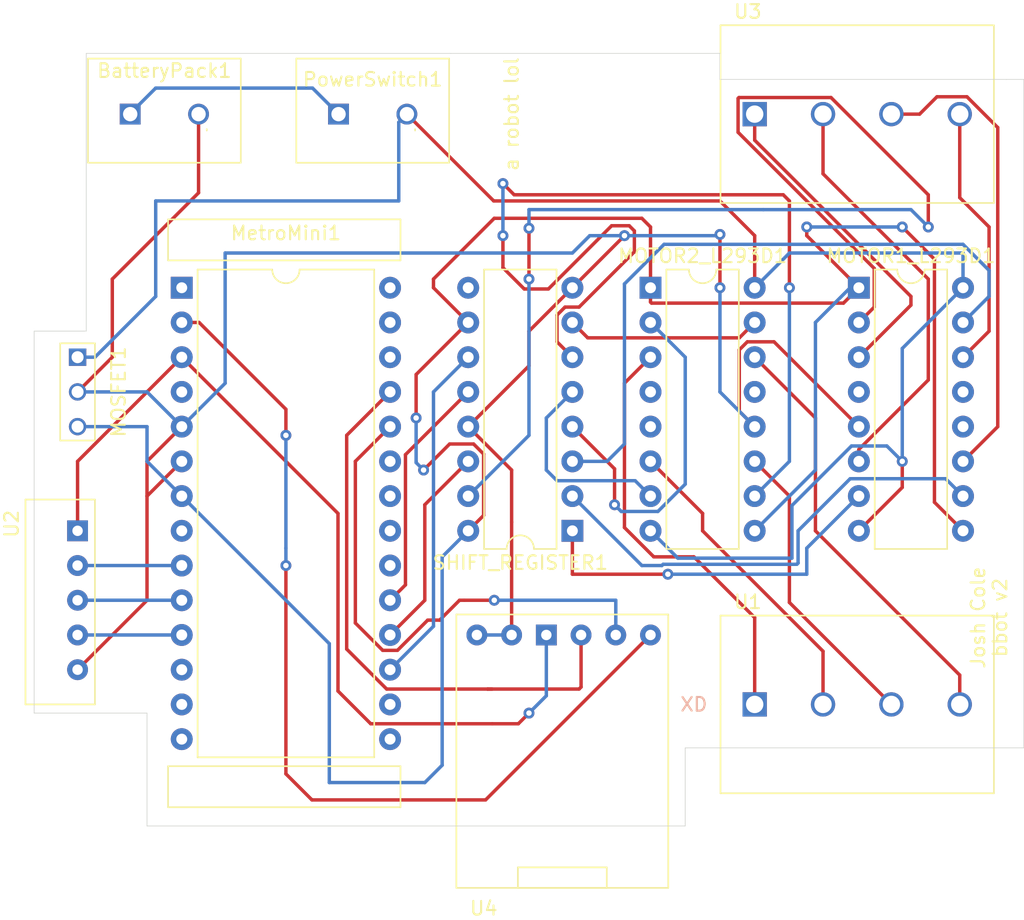
<source format=kicad_pcb>
(kicad_pcb (version 20171130) (host pcbnew "(5.1.9)-1")

  (general
    (thickness 1.6)
    (drawings 19)
    (tracks 280)
    (zones 0)
    (modules 12)
    (nets 53)
  )

  (page A4)
  (layers
    (0 F.Cu signal)
    (31 B.Cu signal)
    (32 B.Adhes user)
    (33 F.Adhes user)
    (34 B.Paste user)
    (35 F.Paste user)
    (36 B.SilkS user)
    (37 F.SilkS user)
    (38 B.Mask user)
    (39 F.Mask user)
    (40 Dwgs.User user)
    (41 Cmts.User user)
    (42 Eco1.User user)
    (43 Eco2.User user)
    (44 Edge.Cuts user)
    (45 Margin user)
    (46 B.CrtYd user)
    (47 F.CrtYd user)
    (48 B.Fab user)
    (49 F.Fab user)
  )

  (setup
    (last_trace_width 0.25)
    (trace_clearance 0.2)
    (zone_clearance 0.508)
    (zone_45_only no)
    (trace_min 0.2)
    (via_size 0.8)
    (via_drill 0.4)
    (via_min_size 0.4)
    (via_min_drill 0.3)
    (uvia_size 0.3)
    (uvia_drill 0.1)
    (uvias_allowed no)
    (uvia_min_size 0.2)
    (uvia_min_drill 0.1)
    (edge_width 0.05)
    (segment_width 0.2)
    (pcb_text_width 0.3)
    (pcb_text_size 1.5 1.5)
    (mod_edge_width 0.12)
    (mod_text_size 1 1)
    (mod_text_width 0.15)
    (pad_size 1.524 1.524)
    (pad_drill 0.762)
    (pad_to_mask_clearance 0)
    (aux_axis_origin 0 0)
    (visible_elements 7FFFFFFF)
    (pcbplotparams
      (layerselection 0x010fc_ffffffff)
      (usegerberextensions false)
      (usegerberattributes true)
      (usegerberadvancedattributes true)
      (creategerberjobfile true)
      (excludeedgelayer true)
      (linewidth 0.100000)
      (plotframeref false)
      (viasonmask false)
      (mode 1)
      (useauxorigin false)
      (hpglpennumber 1)
      (hpglpenspeed 20)
      (hpglpendiameter 15.000000)
      (psnegative false)
      (psa4output false)
      (plotreference true)
      (plotvalue true)
      (plotinvisibletext false)
      (padsonsilk false)
      (subtractmaskfromsilk false)
      (outputformat 1)
      (mirror false)
      (drillshape 0)
      (scaleselection 1)
      (outputdirectory "gerber"))
  )

  (net 0 "")
  (net 1 /MOTOR2_PHASE_D)
  (net 2 /MOTOR2_PHASE_C)
  (net 3 /MOTOR2_PHASE_B)
  (net 4 /MOTOR2_PHASE_A)
  (net 5 /MOTOR1_PHASE_D)
  (net 6 /MOTOR1_PHASE_C)
  (net 7 /MOTOR1_PHASE_B)
  (net 8 /MOTOR1_PHASE_A)
  (net 9 /12V)
  (net 10 /MOTOR1_A)
  (net 11 /MOTOR2_D)
  (net 12 /MOTOR2_C)
  (net 13 /MOTOR2_B)
  (net 14 /MOTOR2_A)
  (net 15 /MOTOR1_D)
  (net 16 /MOTOR1_C)
  (net 17 /MOTOR1_B)
  (net 18 "Net-(BatteryPack1-Pad1)")
  (net 19 GND)
  (net 20 "Net-(MetroMini1-Pad1)")
  (net 21 "Net-(MetroMini1-Pad15)")
  (net 22 "Net-(MetroMini1-Pad16)")
  (net 23 SHIFT_CLCK)
  (net 24 "Net-(MetroMini1-Pad4)")
  (net 25 SHIFT_DATA)
  (net 26 SHIFT_LATCH)
  (net 27 "Net-(MetroMini1-Pad20)")
  (net 28 5V)
  (net 29 "Net-(MetroMini1-Pad21)")
  (net 30 "Net-(MetroMini1-Pad8)")
  (net 31 "Net-(MetroMini1-Pad22)")
  (net 32 "Net-(MetroMini1-Pad23)")
  (net 33 "Net-(MetroMini1-Pad12)")
  (net 34 "Net-(MetroMini1-Pad26)")
  (net 35 SDA)
  (net 36 "Net-(MetroMini1-Pad27)")
  (net 37 SCL)
  (net 38 "Net-(MetroMini1-Pad28)")
  (net 39 "Net-(SHIFT_REGISTER1-Pad9)")
  (net 40 "Net-(MOTOR1_L293D1-Pad13)")
  (net 41 "Net-(MOTOR1_L293D1-Pad12)")
  (net 42 "Net-(MOTOR1_L293D1-Pad4)")
  (net 43 "Net-(MOTOR2_L293D1-Pad13)")
  (net 44 "Net-(MOTOR2_L293D1-Pad5)")
  (net 45 "Net-(MOTOR2_L293D1-Pad4)")
  (net 46 /TX)
  (net 47 /A2)
  (net 48 /RX)
  (net 49 /A1)
  (net 50 /A0)
  (net 51 /3V)
  (net 52 /RST)

  (net_class Default "This is the default net class."
    (clearance 0.2)
    (trace_width 0.25)
    (via_dia 0.8)
    (via_drill 0.4)
    (uvia_dia 0.3)
    (uvia_drill 0.1)
    (add_net /12V)
    (add_net /3V)
    (add_net /A0)
    (add_net /A1)
    (add_net /A2)
    (add_net /MOTOR1_A)
    (add_net /MOTOR1_B)
    (add_net /MOTOR1_C)
    (add_net /MOTOR1_D)
    (add_net /MOTOR1_PHASE_A)
    (add_net /MOTOR1_PHASE_B)
    (add_net /MOTOR1_PHASE_C)
    (add_net /MOTOR1_PHASE_D)
    (add_net /MOTOR2_A)
    (add_net /MOTOR2_B)
    (add_net /MOTOR2_C)
    (add_net /MOTOR2_D)
    (add_net /MOTOR2_PHASE_A)
    (add_net /MOTOR2_PHASE_B)
    (add_net /MOTOR2_PHASE_C)
    (add_net /MOTOR2_PHASE_D)
    (add_net /RST)
    (add_net /RX)
    (add_net /TX)
    (add_net 5V)
    (add_net GND)
    (add_net "Net-(BatteryPack1-Pad1)")
    (add_net "Net-(MOTOR1_L293D1-Pad12)")
    (add_net "Net-(MOTOR1_L293D1-Pad13)")
    (add_net "Net-(MOTOR1_L293D1-Pad4)")
    (add_net "Net-(MOTOR2_L293D1-Pad13)")
    (add_net "Net-(MOTOR2_L293D1-Pad4)")
    (add_net "Net-(MOTOR2_L293D1-Pad5)")
    (add_net "Net-(MetroMini1-Pad1)")
    (add_net "Net-(MetroMini1-Pad12)")
    (add_net "Net-(MetroMini1-Pad15)")
    (add_net "Net-(MetroMini1-Pad16)")
    (add_net "Net-(MetroMini1-Pad20)")
    (add_net "Net-(MetroMini1-Pad21)")
    (add_net "Net-(MetroMini1-Pad22)")
    (add_net "Net-(MetroMini1-Pad23)")
    (add_net "Net-(MetroMini1-Pad26)")
    (add_net "Net-(MetroMini1-Pad27)")
    (add_net "Net-(MetroMini1-Pad28)")
    (add_net "Net-(MetroMini1-Pad4)")
    (add_net "Net-(MetroMini1-Pad8)")
    (add_net "Net-(SHIFT_REGISTER1-Pad9)")
    (add_net SCL)
    (add_net SDA)
    (add_net SHIFT_CLCK)
    (add_net SHIFT_DATA)
    (add_net SHIFT_LATCH)
  )

  (module bbot-pcb:OPENLOG (layer F.Cu) (tedit 607D0384) (tstamp 607CE0A8)
    (at 176.53 60.96)
    (path /607C091B)
    (fp_text reference U4 (at 0.5 20) (layer F.SilkS)
      (effects (font (size 1 1) (thickness 0.15)))
    )
    (fp_text value OPENLOG (at 10.5 -2.5) (layer F.Fab)
      (effects (font (size 1 1) (thickness 0.15)))
    )
    (fp_line (start 9.5 18.5) (end 3 18.5) (layer F.SilkS) (width 0.12))
    (fp_line (start 9.5 17) (end 9.5 18.5) (layer F.SilkS) (width 0.12))
    (fp_line (start 3 17) (end 9.5 17) (layer F.SilkS) (width 0.12))
    (fp_line (start 3 18.5) (end 3 17) (layer F.SilkS) (width 0.12))
    (fp_line (start -1.5 18.5) (end -1.5 -1.5) (layer F.SilkS) (width 0.12))
    (fp_line (start 14 18.5) (end -1.5 18.5) (layer F.SilkS) (width 0.12))
    (fp_line (start 14 -1.5) (end 14 18.5) (layer F.SilkS) (width 0.12))
    (fp_line (start -1.5 -1.5) (end 14 -1.5) (layer F.SilkS) (width 0.12))
    (pad 6 thru_hole circle (at 12.7 0) (size 1.524 1.524) (drill 0.762) (layers *.Cu *.Mask)
      (net 52 /RST))
    (pad 5 thru_hole circle (at 10.16 0) (size 1.524 1.524) (drill 0.762) (layers *.Cu *.Mask)
      (net 48 /RX))
    (pad 4 thru_hole circle (at 7.62 0) (size 1.524 1.524) (drill 0.762) (layers *.Cu *.Mask)
      (net 46 /TX))
    (pad 3 thru_hole rect (at 5.08 0) (size 1.524 1.524) (drill 0.762) (layers *.Cu *.Mask)
      (net 51 /3V))
    (pad 2 thru_hole circle (at 2.54 0) (size 1.524 1.524) (drill 0.762) (layers *.Cu *.Mask)
      (net 19 GND))
    (pad 1 thru_hole circle (at 0 0) (size 1.524 1.524) (drill 0.762) (layers *.Cu *.Mask)
      (net 19 GND))
  )

  (module MountingHole:MountingHole_3mm (layer F.Cu) (tedit 56D1B4CB) (tstamp 607CF75B)
    (at 184.15 22.225)
    (descr "Mounting Hole 3mm, no annular")
    (tags "mounting hole 3mm no annular")
    (attr virtual)
    (fp_text reference REF** (at 0 -4) (layer F.SilkS) hide
      (effects (font (size 1 1) (thickness 0.15)))
    )
    (fp_text value MountingHole_3mm (at 0 4) (layer F.Fab)
      (effects (font (size 1 1) (thickness 0.15)))
    )
    (fp_text user %R (at 0.3 0) (layer F.Fab)
      (effects (font (size 1 1) (thickness 0.15)))
    )
    (fp_circle (center 0 0) (end 3 0) (layer Cmts.User) (width 0.15))
    (fp_circle (center 0 0) (end 3.25 0) (layer F.CrtYd) (width 0.05))
    (pad 1 np_thru_hole circle (at 0 0) (size 3 3) (drill 3) (layers *.Cu *.Mask))
  )

  (module Package_DIP:DIP-28_W15.24mm (layer F.Cu) (tedit 607C7C15) (tstamp 607C7B09)
    (at 154.94 35.56)
    (descr "28-lead though-hole mounted DIP package, row spacing 15.24 mm (600 mils)")
    (tags "THT DIP DIL PDIP 2.54mm 15.24mm 600mil")
    (path /6072CA85)
    (fp_text reference MetroMini1 (at 7.62 -4) (layer F.SilkS)
      (effects (font (size 1 1) (thickness 0.15)))
    )
    (fp_text value MetroMini (at 7.62 37) (layer F.Fab)
      (effects (font (size 1 1) (thickness 0.15)))
    )
    (fp_text user %R (at 7.62 16.51) (layer F.Fab)
      (effects (font (size 1 1) (thickness 0.15)))
    )
    (fp_arc (start 7.62 -1.33) (end 6.62 -1.33) (angle -180) (layer F.SilkS) (width 0.12))
    (fp_line (start 1.255 -1.27) (end 14.985 -1.27) (layer F.Fab) (width 0.1))
    (fp_line (start 14.985 -1.27) (end 14.985 34.29) (layer F.Fab) (width 0.1))
    (fp_line (start 14.985 34.29) (end 0.255 34.29) (layer F.Fab) (width 0.1))
    (fp_line (start 0.255 34.29) (end 0.255 -0.27) (layer F.Fab) (width 0.1))
    (fp_line (start 0.255 -0.27) (end 1.255 -1.27) (layer F.Fab) (width 0.1))
    (fp_line (start 6.62 -1.33) (end 1.16 -1.33) (layer F.SilkS) (width 0.12))
    (fp_line (start 1.16 -1.33) (end 1.16 34.35) (layer F.SilkS) (width 0.12))
    (fp_line (start 1.16 34.35) (end 14.08 34.35) (layer F.SilkS) (width 0.12))
    (fp_line (start 14.08 34.35) (end 14.08 -1.33) (layer F.SilkS) (width 0.12))
    (fp_line (start 14.08 -1.33) (end 8.62 -1.33) (layer F.SilkS) (width 0.12))
    (fp_line (start -1.05 -1.55) (end -1.05 34.55) (layer F.CrtYd) (width 0.05))
    (fp_line (start -1.05 34.55) (end 16.3 34.55) (layer F.CrtYd) (width 0.05))
    (fp_line (start 16.3 34.55) (end 16.3 -1.55) (layer F.CrtYd) (width 0.05))
    (fp_line (start 16.3 -1.55) (end -1.05 -1.55) (layer F.CrtYd) (width 0.05))
    (fp_line (start -1 -2) (end -1 -5) (layer F.SilkS) (width 0.12))
    (fp_line (start -1 -5) (end 16 -5) (layer F.SilkS) (width 0.12))
    (fp_line (start 16 -5) (end 16 -2) (layer F.SilkS) (width 0.12))
    (fp_line (start 16 -2) (end -1 -2) (layer F.SilkS) (width 0.12))
    (fp_line (start -1 35) (end -1 38) (layer F.SilkS) (width 0.12))
    (fp_line (start -1 38) (end 16 38) (layer F.SilkS) (width 0.12))
    (fp_line (start 16 38) (end 16 35) (layer F.SilkS) (width 0.12))
    (fp_line (start 16 35) (end -1 35) (layer F.SilkS) (width 0.12))
    (pad 28 thru_hole oval (at 15.24 0) (size 1.6 1.6) (drill 0.8) (layers *.Cu *.Mask)
      (net 38 "Net-(MetroMini1-Pad28)"))
    (pad 14 thru_hole oval (at 0 33.02) (size 1.6 1.6) (drill 0.8) (layers *.Cu *.Mask)
      (net 37 SCL))
    (pad 27 thru_hole oval (at 15.24 2.54) (size 1.6 1.6) (drill 0.8) (layers *.Cu *.Mask)
      (net 36 "Net-(MetroMini1-Pad27)"))
    (pad 13 thru_hole oval (at 0 30.48) (size 1.6 1.6) (drill 0.8) (layers *.Cu *.Mask)
      (net 35 SDA))
    (pad 26 thru_hole oval (at 15.24 5.08) (size 1.6 1.6) (drill 0.8) (layers *.Cu *.Mask)
      (net 34 "Net-(MetroMini1-Pad26)"))
    (pad 12 thru_hole oval (at 0 27.94) (size 1.6 1.6) (drill 0.8) (layers *.Cu *.Mask)
      (net 33 "Net-(MetroMini1-Pad12)"))
    (pad 25 thru_hole oval (at 15.24 7.62) (size 1.6 1.6) (drill 0.8) (layers *.Cu *.Mask)
      (net 46 /TX))
    (pad 11 thru_hole oval (at 0 25.4) (size 1.6 1.6) (drill 0.8) (layers *.Cu *.Mask)
      (net 47 /A2))
    (pad 24 thru_hole oval (at 15.24 10.16) (size 1.6 1.6) (drill 0.8) (layers *.Cu *.Mask)
      (net 48 /RX))
    (pad 10 thru_hole oval (at 0 22.86) (size 1.6 1.6) (drill 0.8) (layers *.Cu *.Mask)
      (net 49 /A1))
    (pad 23 thru_hole oval (at 15.24 12.7) (size 1.6 1.6) (drill 0.8) (layers *.Cu *.Mask)
      (net 32 "Net-(MetroMini1-Pad23)"))
    (pad 9 thru_hole oval (at 0 20.32) (size 1.6 1.6) (drill 0.8) (layers *.Cu *.Mask)
      (net 50 /A0))
    (pad 22 thru_hole oval (at 15.24 15.24) (size 1.6 1.6) (drill 0.8) (layers *.Cu *.Mask)
      (net 31 "Net-(MetroMini1-Pad22)"))
    (pad 8 thru_hole oval (at 0 17.78) (size 1.6 1.6) (drill 0.8) (layers *.Cu *.Mask)
      (net 30 "Net-(MetroMini1-Pad8)"))
    (pad 21 thru_hole oval (at 15.24 17.78) (size 1.6 1.6) (drill 0.8) (layers *.Cu *.Mask)
      (net 29 "Net-(MetroMini1-Pad21)"))
    (pad 7 thru_hole oval (at 0 15.24) (size 1.6 1.6) (drill 0.8) (layers *.Cu *.Mask)
      (net 28 5V))
    (pad 20 thru_hole oval (at 15.24 20.32) (size 1.6 1.6) (drill 0.8) (layers *.Cu *.Mask)
      (net 27 "Net-(MetroMini1-Pad20)"))
    (pad 6 thru_hole oval (at 0 12.7) (size 1.6 1.6) (drill 0.8) (layers *.Cu *.Mask)
      (net 19 GND))
    (pad 19 thru_hole oval (at 15.24 22.86) (size 1.6 1.6) (drill 0.8) (layers *.Cu *.Mask)
      (net 26 SHIFT_LATCH))
    (pad 5 thru_hole oval (at 0 10.16) (size 1.6 1.6) (drill 0.8) (layers *.Cu *.Mask)
      (net 19 GND))
    (pad 18 thru_hole oval (at 15.24 25.4) (size 1.6 1.6) (drill 0.8) (layers *.Cu *.Mask)
      (net 25 SHIFT_DATA))
    (pad 4 thru_hole oval (at 0 7.62) (size 1.6 1.6) (drill 0.8) (layers *.Cu *.Mask)
      (net 24 "Net-(MetroMini1-Pad4)"))
    (pad 17 thru_hole oval (at 15.24 27.94) (size 1.6 1.6) (drill 0.8) (layers *.Cu *.Mask)
      (net 23 SHIFT_CLCK))
    (pad 3 thru_hole oval (at 0 5.08) (size 1.6 1.6) (drill 0.8) (layers *.Cu *.Mask)
      (net 51 /3V))
    (pad 16 thru_hole oval (at 15.24 30.48) (size 1.6 1.6) (drill 0.8) (layers *.Cu *.Mask)
      (net 22 "Net-(MetroMini1-Pad16)"))
    (pad 2 thru_hole oval (at 0 2.54) (size 1.6 1.6) (drill 0.8) (layers *.Cu *.Mask)
      (net 52 /RST))
    (pad 15 thru_hole oval (at 15.24 33.02) (size 1.6 1.6) (drill 0.8) (layers *.Cu *.Mask)
      (net 21 "Net-(MetroMini1-Pad15)"))
    (pad 1 thru_hole rect (at 0 0) (size 1.6 1.6) (drill 0.8) (layers *.Cu *.Mask)
      (net 20 "Net-(MetroMini1-Pad1)"))
    (model ${KISYS3DMOD}/Package_DIP.3dshapes/DIP-28_W15.24mm.wrl
      (at (xyz 0 0 0))
      (scale (xyz 1 1 1))
      (rotate (xyz 0 0 0))
    )
  )

  (module bbot-pcb:ADXL335 (layer F.Cu) (tedit 607D06DE) (tstamp 607CE07E)
    (at 147.32 53.34 270)
    (path /607BD863)
    (fp_text reference U2 (at -0.508 4.826 90) (layer F.SilkS)
      (effects (font (size 1 1) (thickness 0.15)))
    )
    (fp_text value ADXL335 (at 9.398 -2.286 90) (layer F.Fab)
      (effects (font (size 1 1) (thickness 0.15)))
    )
    (fp_line (start -2.286 -1.27) (end 12.7 -1.27) (layer F.SilkS) (width 0.12))
    (fp_line (start 12.7 -1.27) (end 12.7 3.81) (layer F.SilkS) (width 0.12))
    (fp_line (start 12.7 3.81) (end -2.286 3.81) (layer F.SilkS) (width 0.12))
    (fp_line (start -2.286 3.81) (end -2.286 -1.016) (layer F.SilkS) (width 0.12))
    (fp_line (start -2.286 -1.016) (end -2.286 -1.27) (layer F.SilkS) (width 0.12))
    (pad 5 thru_hole circle (at 10.16 0 270) (size 1.524 1.524) (drill 0.762) (layers *.Cu *.Mask)
      (net 19 GND))
    (pad 4 thru_hole circle (at 7.62 0 270) (size 1.524 1.524) (drill 0.762) (layers *.Cu *.Mask)
      (net 47 /A2))
    (pad 3 thru_hole circle (at 5.08 0 270) (size 1.524 1.524) (drill 0.762) (layers *.Cu *.Mask)
      (net 49 /A1))
    (pad 2 thru_hole circle (at 2.54 0 270) (size 1.524 1.524) (drill 0.762) (layers *.Cu *.Mask)
      (net 50 /A0))
    (pad 1 thru_hole rect (at 0 0 270) (size 1.524 1.524) (drill 0.762) (layers *.Cu *.Mask)
      (net 51 /3V))
  )

  (module bbot-pcb:HA-522P-Latch_Terminal (layer F.Cu) (tedit 606CFC27) (tstamp 607C7B73)
    (at 196.85 22.86)
    (path /60714D0C)
    (fp_text reference U3 (at -0.5 -7.5) (layer F.SilkS)
      (effects (font (size 1 1) (thickness 0.15)))
    )
    (fp_text value HA-552-4P (at 7.5 7.5) (layer F.Fab)
      (effects (font (size 1 1) (thickness 0.15)))
    )
    (fp_line (start -2.5 -6.5) (end -2.5 0) (layer F.SilkS) (width 0.12))
    (fp_line (start 17.5 -6.5) (end -2.5 -6.5) (layer F.SilkS) (width 0.12))
    (fp_line (start 17.5 6.5) (end 17.5 -6.5) (layer F.SilkS) (width 0.12))
    (fp_line (start -2.5 6.5) (end 17.5 6.5) (layer F.SilkS) (width 0.12))
    (fp_line (start -2.5 0) (end -2.5 6.5) (layer F.SilkS) (width 0.12))
    (pad 4 thru_hole circle (at 15 0) (size 1.778 1.778) (drill 1.27) (layers *.Cu *.Mask)
      (net 5 /MOTOR1_PHASE_D))
    (pad 3 thru_hole circle (at 10 0) (size 1.778 1.778) (drill 1.27) (layers *.Cu *.Mask)
      (net 6 /MOTOR1_PHASE_C))
    (pad 2 thru_hole circle (at 5 0) (size 1.778 1.778) (drill 1.27) (layers *.Cu *.Mask)
      (net 7 /MOTOR1_PHASE_B))
    (pad 1 thru_hole rect (at 0 0) (size 1.778 1.778) (drill 1.27) (layers *.Cu *.Mask)
      (net 8 /MOTOR1_PHASE_A))
  )

  (module bbot-pcb:HA-522P-Latch_Terminal (layer F.Cu) (tedit 606CFC27) (tstamp 607C79FF)
    (at 196.85 66.04)
    (path /6071100B)
    (fp_text reference U1 (at -0.5 -7.5) (layer F.SilkS)
      (effects (font (size 1 1) (thickness 0.15)))
    )
    (fp_text value HA-552-4P (at 7.5 7.5) (layer F.Fab)
      (effects (font (size 1 1) (thickness 0.15)))
    )
    (fp_line (start -2.5 -6.5) (end -2.5 0) (layer F.SilkS) (width 0.12))
    (fp_line (start 17.5 -6.5) (end -2.5 -6.5) (layer F.SilkS) (width 0.12))
    (fp_line (start 17.5 6.5) (end 17.5 -6.5) (layer F.SilkS) (width 0.12))
    (fp_line (start -2.5 6.5) (end 17.5 6.5) (layer F.SilkS) (width 0.12))
    (fp_line (start -2.5 0) (end -2.5 6.5) (layer F.SilkS) (width 0.12))
    (pad 4 thru_hole circle (at 15 0) (size 1.778 1.778) (drill 1.27) (layers *.Cu *.Mask)
      (net 1 /MOTOR2_PHASE_D))
    (pad 3 thru_hole circle (at 10 0) (size 1.778 1.778) (drill 1.27) (layers *.Cu *.Mask)
      (net 2 /MOTOR2_PHASE_C))
    (pad 2 thru_hole circle (at 5 0) (size 1.778 1.778) (drill 1.27) (layers *.Cu *.Mask)
      (net 3 /MOTOR2_PHASE_B))
    (pad 1 thru_hole rect (at 0 0) (size 1.778 1.778) (drill 1.27) (layers *.Cu *.Mask)
      (net 4 /MOTOR2_PHASE_A))
  )

  (module Package_DIP:DIP-16_W7.62mm (layer F.Cu) (tedit 5A02E8C5) (tstamp 607C7A3A)
    (at 183.515 53.34 180)
    (descr "16-lead though-hole mounted DIP package, row spacing 7.62 mm (300 mils)")
    (tags "THT DIP DIL PDIP 2.54mm 7.62mm 300mil")
    (path /606C82E5)
    (fp_text reference SHIFT_REGISTER1 (at 3.81 -2.33) (layer F.SilkS)
      (effects (font (size 1 1) (thickness 0.15)))
    )
    (fp_text value 74HC595 (at 3.81 20.11) (layer F.Fab)
      (effects (font (size 1 1) (thickness 0.15)))
    )
    (fp_text user %R (at 3.81 8.89) (layer F.Fab)
      (effects (font (size 1 1) (thickness 0.15)))
    )
    (fp_arc (start 3.81 -1.33) (end 2.81 -1.33) (angle -180) (layer F.SilkS) (width 0.12))
    (fp_line (start 1.635 -1.27) (end 6.985 -1.27) (layer F.Fab) (width 0.1))
    (fp_line (start 6.985 -1.27) (end 6.985 19.05) (layer F.Fab) (width 0.1))
    (fp_line (start 6.985 19.05) (end 0.635 19.05) (layer F.Fab) (width 0.1))
    (fp_line (start 0.635 19.05) (end 0.635 -0.27) (layer F.Fab) (width 0.1))
    (fp_line (start 0.635 -0.27) (end 1.635 -1.27) (layer F.Fab) (width 0.1))
    (fp_line (start 2.81 -1.33) (end 1.16 -1.33) (layer F.SilkS) (width 0.12))
    (fp_line (start 1.16 -1.33) (end 1.16 19.11) (layer F.SilkS) (width 0.12))
    (fp_line (start 1.16 19.11) (end 6.46 19.11) (layer F.SilkS) (width 0.12))
    (fp_line (start 6.46 19.11) (end 6.46 -1.33) (layer F.SilkS) (width 0.12))
    (fp_line (start 6.46 -1.33) (end 4.81 -1.33) (layer F.SilkS) (width 0.12))
    (fp_line (start -1.1 -1.55) (end -1.1 19.3) (layer F.CrtYd) (width 0.05))
    (fp_line (start -1.1 19.3) (end 8.7 19.3) (layer F.CrtYd) (width 0.05))
    (fp_line (start 8.7 19.3) (end 8.7 -1.55) (layer F.CrtYd) (width 0.05))
    (fp_line (start 8.7 -1.55) (end -1.1 -1.55) (layer F.CrtYd) (width 0.05))
    (pad 16 thru_hole oval (at 7.62 0 180) (size 1.6 1.6) (drill 0.8) (layers *.Cu *.Mask)
      (net 28 5V))
    (pad 8 thru_hole oval (at 0 17.78 180) (size 1.6 1.6) (drill 0.8) (layers *.Cu *.Mask)
      (net 19 GND))
    (pad 15 thru_hole oval (at 7.62 2.54 180) (size 1.6 1.6) (drill 0.8) (layers *.Cu *.Mask)
      (net 10 /MOTOR1_A))
    (pad 7 thru_hole oval (at 0 15.24 180) (size 1.6 1.6) (drill 0.8) (layers *.Cu *.Mask)
      (net 11 /MOTOR2_D))
    (pad 14 thru_hole oval (at 7.62 5.08 180) (size 1.6 1.6) (drill 0.8) (layers *.Cu *.Mask)
      (net 25 SHIFT_DATA))
    (pad 6 thru_hole oval (at 0 12.7 180) (size 1.6 1.6) (drill 0.8) (layers *.Cu *.Mask)
      (net 12 /MOTOR2_C))
    (pad 13 thru_hole oval (at 7.62 7.62 180) (size 1.6 1.6) (drill 0.8) (layers *.Cu *.Mask)
      (net 19 GND))
    (pad 5 thru_hole oval (at 0 10.16 180) (size 1.6 1.6) (drill 0.8) (layers *.Cu *.Mask)
      (net 13 /MOTOR2_B))
    (pad 12 thru_hole oval (at 7.62 10.16 180) (size 1.6 1.6) (drill 0.8) (layers *.Cu *.Mask)
      (net 26 SHIFT_LATCH))
    (pad 4 thru_hole oval (at 0 7.62 180) (size 1.6 1.6) (drill 0.8) (layers *.Cu *.Mask)
      (net 14 /MOTOR2_A))
    (pad 11 thru_hole oval (at 7.62 12.7 180) (size 1.6 1.6) (drill 0.8) (layers *.Cu *.Mask)
      (net 23 SHIFT_CLCK))
    (pad 3 thru_hole oval (at 0 5.08 180) (size 1.6 1.6) (drill 0.8) (layers *.Cu *.Mask)
      (net 15 /MOTOR1_D))
    (pad 10 thru_hole oval (at 7.62 15.24 180) (size 1.6 1.6) (drill 0.8) (layers *.Cu *.Mask)
      (net 28 5V))
    (pad 2 thru_hole oval (at 0 2.54 180) (size 1.6 1.6) (drill 0.8) (layers *.Cu *.Mask)
      (net 16 /MOTOR1_C))
    (pad 9 thru_hole oval (at 7.62 17.78 180) (size 1.6 1.6) (drill 0.8) (layers *.Cu *.Mask)
      (net 39 "Net-(SHIFT_REGISTER1-Pad9)"))
    (pad 1 thru_hole rect (at 0 0 180) (size 1.6 1.6) (drill 0.8) (layers *.Cu *.Mask)
      (net 17 /MOTOR1_B))
    (model ${KISYS3DMOD}/Package_DIP.3dshapes/DIP-16_W7.62mm.wrl
      (at (xyz 0 0 0))
      (scale (xyz 1 1 1))
      (rotate (xyz 0 0 0))
    )
  )

  (module bbot-pcb:Screw_Terminal_2 (layer F.Cu) (tedit 606CFAB2) (tstamp 607C7A8A)
    (at 168.91 22.86)
    (path /60720FFC)
    (fp_text reference PowerSwitch1 (at 0 -2.54) (layer F.SilkS)
      (effects (font (size 1 1) (thickness 0.15)))
    )
    (fp_text value Screw_Terminal_2 (at 0 5.08) (layer F.Fab)
      (effects (font (size 1 1) (thickness 0.15)))
    )
    (fp_line (start 3.1 1.2) (end 3.1 1.1) (layer F.SilkS) (width 0.12))
    (fp_line (start -5.588 -4.064) (end 5.588 -4.064) (layer F.SilkS) (width 0.12))
    (fp_line (start 5.588 -4.064) (end 5.588 3.556) (layer F.SilkS) (width 0.12))
    (fp_line (start 5.588 3.556) (end -5.588 3.556) (layer F.SilkS) (width 0.12))
    (fp_line (start -5.588 3.556) (end -5.588 -4.064) (layer F.SilkS) (width 0.12))
    (pad 2 thru_hole circle (at 2.5 0) (size 1.524 1.524) (drill 1.05) (layers *.Cu *.Mask)
      (net 9 /12V))
    (pad 1 thru_hole rect (at -2.5 0) (size 1.524 1.524) (drill 1.05) (layers *.Cu *.Mask)
      (net 18 "Net-(BatteryPack1-Pad1)"))
  )

  (module Package_DIP:DIP-16_W7.62mm (layer F.Cu) (tedit 5A02E8C5) (tstamp 607C7944)
    (at 189.23 35.56)
    (descr "16-lead though-hole mounted DIP package, row spacing 7.62 mm (300 mils)")
    (tags "THT DIP DIL PDIP 2.54mm 7.62mm 300mil")
    (path /606C1081)
    (fp_text reference MOTOR2_L293D1 (at 3.81 -2.33) (layer F.SilkS)
      (effects (font (size 1 1) (thickness 0.15)))
    )
    (fp_text value L293D (at 3.81 20.11) (layer F.Fab)
      (effects (font (size 1 1) (thickness 0.15)))
    )
    (fp_text user %R (at 3.81 8.89) (layer F.Fab)
      (effects (font (size 1 1) (thickness 0.15)))
    )
    (fp_arc (start 3.81 -1.33) (end 2.81 -1.33) (angle -180) (layer F.SilkS) (width 0.12))
    (fp_line (start 1.635 -1.27) (end 6.985 -1.27) (layer F.Fab) (width 0.1))
    (fp_line (start 6.985 -1.27) (end 6.985 19.05) (layer F.Fab) (width 0.1))
    (fp_line (start 6.985 19.05) (end 0.635 19.05) (layer F.Fab) (width 0.1))
    (fp_line (start 0.635 19.05) (end 0.635 -0.27) (layer F.Fab) (width 0.1))
    (fp_line (start 0.635 -0.27) (end 1.635 -1.27) (layer F.Fab) (width 0.1))
    (fp_line (start 2.81 -1.33) (end 1.16 -1.33) (layer F.SilkS) (width 0.12))
    (fp_line (start 1.16 -1.33) (end 1.16 19.11) (layer F.SilkS) (width 0.12))
    (fp_line (start 1.16 19.11) (end 6.46 19.11) (layer F.SilkS) (width 0.12))
    (fp_line (start 6.46 19.11) (end 6.46 -1.33) (layer F.SilkS) (width 0.12))
    (fp_line (start 6.46 -1.33) (end 4.81 -1.33) (layer F.SilkS) (width 0.12))
    (fp_line (start -1.1 -1.55) (end -1.1 19.3) (layer F.CrtYd) (width 0.05))
    (fp_line (start -1.1 19.3) (end 8.7 19.3) (layer F.CrtYd) (width 0.05))
    (fp_line (start 8.7 19.3) (end 8.7 -1.55) (layer F.CrtYd) (width 0.05))
    (fp_line (start 8.7 -1.55) (end -1.1 -1.55) (layer F.CrtYd) (width 0.05))
    (pad 16 thru_hole oval (at 7.62 0) (size 1.6 1.6) (drill 0.8) (layers *.Cu *.Mask)
      (net 9 /12V))
    (pad 8 thru_hole oval (at 0 17.78) (size 1.6 1.6) (drill 0.8) (layers *.Cu *.Mask)
      (net 9 /12V))
    (pad 15 thru_hole oval (at 7.62 2.54) (size 1.6 1.6) (drill 0.8) (layers *.Cu *.Mask)
      (net 11 /MOTOR2_D))
    (pad 7 thru_hole oval (at 0 15.24) (size 1.6 1.6) (drill 0.8) (layers *.Cu *.Mask)
      (net 13 /MOTOR2_B))
    (pad 14 thru_hole oval (at 7.62 5.08) (size 1.6 1.6) (drill 0.8) (layers *.Cu *.Mask)
      (net 1 /MOTOR2_PHASE_D))
    (pad 6 thru_hole oval (at 0 12.7) (size 1.6 1.6) (drill 0.8) (layers *.Cu *.Mask)
      (net 3 /MOTOR2_PHASE_B))
    (pad 13 thru_hole oval (at 7.62 7.62) (size 1.6 1.6) (drill 0.8) (layers *.Cu *.Mask)
      (net 43 "Net-(MOTOR2_L293D1-Pad13)"))
    (pad 5 thru_hole oval (at 0 10.16) (size 1.6 1.6) (drill 0.8) (layers *.Cu *.Mask)
      (net 44 "Net-(MOTOR2_L293D1-Pad5)"))
    (pad 12 thru_hole oval (at 7.62 10.16) (size 1.6 1.6) (drill 0.8) (layers *.Cu *.Mask)
      (net 19 GND))
    (pad 4 thru_hole oval (at 0 7.62) (size 1.6 1.6) (drill 0.8) (layers *.Cu *.Mask)
      (net 45 "Net-(MOTOR2_L293D1-Pad4)"))
    (pad 11 thru_hole oval (at 7.62 12.7) (size 1.6 1.6) (drill 0.8) (layers *.Cu *.Mask)
      (net 2 /MOTOR2_PHASE_C))
    (pad 3 thru_hole oval (at 0 5.08) (size 1.6 1.6) (drill 0.8) (layers *.Cu *.Mask)
      (net 4 /MOTOR2_PHASE_A))
    (pad 10 thru_hole oval (at 7.62 15.24) (size 1.6 1.6) (drill 0.8) (layers *.Cu *.Mask)
      (net 12 /MOTOR2_C))
    (pad 2 thru_hole oval (at 0 2.54) (size 1.6 1.6) (drill 0.8) (layers *.Cu *.Mask)
      (net 14 /MOTOR2_A))
    (pad 9 thru_hole oval (at 7.62 17.78) (size 1.6 1.6) (drill 0.8) (layers *.Cu *.Mask)
      (net 28 5V))
    (pad 1 thru_hole rect (at 0 0) (size 1.6 1.6) (drill 0.8) (layers *.Cu *.Mask)
      (net 28 5V))
    (model ${KISYS3DMOD}/Package_DIP.3dshapes/DIP-16_W7.62mm.wrl
      (at (xyz 0 0 0))
      (scale (xyz 1 1 1))
      (rotate (xyz 0 0 0))
    )
  )

  (module Package_DIP:DIP-16_W7.62mm (layer F.Cu) (tedit 5A02E8C5) (tstamp 607C79AD)
    (at 204.47 35.56)
    (descr "16-lead though-hole mounted DIP package, row spacing 7.62 mm (300 mils)")
    (tags "THT DIP DIL PDIP 2.54mm 7.62mm 300mil")
    (path /606C2560)
    (fp_text reference MOTOR1_L293D1 (at 3.81 -2.33) (layer F.SilkS)
      (effects (font (size 1 1) (thickness 0.15)))
    )
    (fp_text value L293D (at 3.81 20.11) (layer F.Fab)
      (effects (font (size 1 1) (thickness 0.15)))
    )
    (fp_text user %R (at 3.81 8.89) (layer F.Fab)
      (effects (font (size 1 1) (thickness 0.15)))
    )
    (fp_arc (start 3.81 -1.33) (end 2.81 -1.33) (angle -180) (layer F.SilkS) (width 0.12))
    (fp_line (start 1.635 -1.27) (end 6.985 -1.27) (layer F.Fab) (width 0.1))
    (fp_line (start 6.985 -1.27) (end 6.985 19.05) (layer F.Fab) (width 0.1))
    (fp_line (start 6.985 19.05) (end 0.635 19.05) (layer F.Fab) (width 0.1))
    (fp_line (start 0.635 19.05) (end 0.635 -0.27) (layer F.Fab) (width 0.1))
    (fp_line (start 0.635 -0.27) (end 1.635 -1.27) (layer F.Fab) (width 0.1))
    (fp_line (start 2.81 -1.33) (end 1.16 -1.33) (layer F.SilkS) (width 0.12))
    (fp_line (start 1.16 -1.33) (end 1.16 19.11) (layer F.SilkS) (width 0.12))
    (fp_line (start 1.16 19.11) (end 6.46 19.11) (layer F.SilkS) (width 0.12))
    (fp_line (start 6.46 19.11) (end 6.46 -1.33) (layer F.SilkS) (width 0.12))
    (fp_line (start 6.46 -1.33) (end 4.81 -1.33) (layer F.SilkS) (width 0.12))
    (fp_line (start -1.1 -1.55) (end -1.1 19.3) (layer F.CrtYd) (width 0.05))
    (fp_line (start -1.1 19.3) (end 8.7 19.3) (layer F.CrtYd) (width 0.05))
    (fp_line (start 8.7 19.3) (end 8.7 -1.55) (layer F.CrtYd) (width 0.05))
    (fp_line (start 8.7 -1.55) (end -1.1 -1.55) (layer F.CrtYd) (width 0.05))
    (pad 16 thru_hole oval (at 7.62 0) (size 1.6 1.6) (drill 0.8) (layers *.Cu *.Mask)
      (net 9 /12V))
    (pad 8 thru_hole oval (at 0 17.78) (size 1.6 1.6) (drill 0.8) (layers *.Cu *.Mask)
      (net 9 /12V))
    (pad 15 thru_hole oval (at 7.62 2.54) (size 1.6 1.6) (drill 0.8) (layers *.Cu *.Mask)
      (net 15 /MOTOR1_D))
    (pad 7 thru_hole oval (at 0 15.24) (size 1.6 1.6) (drill 0.8) (layers *.Cu *.Mask)
      (net 17 /MOTOR1_B))
    (pad 14 thru_hole oval (at 7.62 5.08) (size 1.6 1.6) (drill 0.8) (layers *.Cu *.Mask)
      (net 5 /MOTOR1_PHASE_D))
    (pad 6 thru_hole oval (at 0 12.7) (size 1.6 1.6) (drill 0.8) (layers *.Cu *.Mask)
      (net 7 /MOTOR1_PHASE_B))
    (pad 13 thru_hole oval (at 7.62 7.62) (size 1.6 1.6) (drill 0.8) (layers *.Cu *.Mask)
      (net 40 "Net-(MOTOR1_L293D1-Pad13)"))
    (pad 5 thru_hole oval (at 0 10.16) (size 1.6 1.6) (drill 0.8) (layers *.Cu *.Mask)
      (net 19 GND))
    (pad 12 thru_hole oval (at 7.62 10.16) (size 1.6 1.6) (drill 0.8) (layers *.Cu *.Mask)
      (net 41 "Net-(MOTOR1_L293D1-Pad12)"))
    (pad 4 thru_hole oval (at 0 7.62) (size 1.6 1.6) (drill 0.8) (layers *.Cu *.Mask)
      (net 42 "Net-(MOTOR1_L293D1-Pad4)"))
    (pad 11 thru_hole oval (at 7.62 12.7) (size 1.6 1.6) (drill 0.8) (layers *.Cu *.Mask)
      (net 6 /MOTOR1_PHASE_C))
    (pad 3 thru_hole oval (at 0 5.08) (size 1.6 1.6) (drill 0.8) (layers *.Cu *.Mask)
      (net 8 /MOTOR1_PHASE_A))
    (pad 10 thru_hole oval (at 7.62 15.24) (size 1.6 1.6) (drill 0.8) (layers *.Cu *.Mask)
      (net 16 /MOTOR1_C))
    (pad 2 thru_hole oval (at 0 2.54) (size 1.6 1.6) (drill 0.8) (layers *.Cu *.Mask)
      (net 10 /MOTOR1_A))
    (pad 9 thru_hole oval (at 7.62 17.78) (size 1.6 1.6) (drill 0.8) (layers *.Cu *.Mask)
      (net 28 5V))
    (pad 1 thru_hole rect (at 0 0) (size 1.6 1.6) (drill 0.8) (layers *.Cu *.Mask)
      (net 28 5V))
    (model ${KISYS3DMOD}/Package_DIP.3dshapes/DIP-16_W7.62mm.wrl
      (at (xyz 0 0 0))
      (scale (xyz 1 1 1))
      (rotate (xyz 0 0 0))
    )
  )

  (module bbot-pcb:L7805-A (layer F.Cu) (tedit 607D0694) (tstamp 607C7AA8)
    (at 147.32 43.18 270)
    (path /606D0E09)
    (fp_text reference MOSFET1 (at 0 -3 90) (layer F.SilkS)
      (effects (font (size 1 1) (thickness 0.15)))
    )
    (fp_text value L7805 (at 0 3 90) (layer F.Fab)
      (effects (font (size 1 1) (thickness 0.15)))
    )
    (fp_line (start 3.556 -1.27) (end -3.556 -1.27) (layer F.SilkS) (width 0.12))
    (fp_line (start 3.556 1.27) (end 3.556 -1.27) (layer F.SilkS) (width 0.12))
    (fp_line (start -3.556 1.27) (end 3.556 1.27) (layer F.SilkS) (width 0.12))
    (fp_line (start -3.556 -1.27) (end -3.556 1.27) (layer F.SilkS) (width 0.12))
    (pad 3 thru_hole circle (at 2.54 0 270) (size 1.27 1.27) (drill 0.88) (layers *.Cu *.Mask)
      (net 28 5V))
    (pad 2 thru_hole circle (at 0 0 270) (size 1.27 1.27) (drill 0.88) (layers *.Cu *.Mask)
      (net 19 GND))
    (pad 1 thru_hole rect (at -2.54 0 270) (size 1.27 1.27) (drill 0.88) (layers *.Cu *.Mask)
      (net 9 /12V))
  )

  (module bbot-pcb:Screw_Terminal_2 (layer F.Cu) (tedit 606CFAB2) (tstamp 607C7AC6)
    (at 153.67 22.86)
    (path /607194F6)
    (fp_text reference BatteryPack1 (at 0 -3.175) (layer F.SilkS)
      (effects (font (size 1 1) (thickness 0.15)))
    )
    (fp_text value Screw_Terminal_2 (at 0 5.08) (layer F.Fab)
      (effects (font (size 1 1) (thickness 0.15)))
    )
    (fp_line (start 3.1 1.2) (end 3.1 1.1) (layer F.SilkS) (width 0.12))
    (fp_line (start -5.588 -4.064) (end 5.588 -4.064) (layer F.SilkS) (width 0.12))
    (fp_line (start 5.588 -4.064) (end 5.588 3.556) (layer F.SilkS) (width 0.12))
    (fp_line (start 5.588 3.556) (end -5.588 3.556) (layer F.SilkS) (width 0.12))
    (fp_line (start -5.588 3.556) (end -5.588 -4.064) (layer F.SilkS) (width 0.12))
    (pad 2 thru_hole circle (at 2.5 0) (size 1.524 1.524) (drill 1.05) (layers *.Cu *.Mask)
      (net 19 GND))
    (pad 1 thru_hole rect (at -2.5 0) (size 1.524 1.524) (drill 1.05) (layers *.Cu *.Mask)
      (net 18 "Net-(BatteryPack1-Pad1)"))
  )

  (gr_line (start 152.4 74.93) (end 152.4 66.675) (layer Edge.Cuts) (width 0.05))
  (gr_text XD (at 192.405 66.04) (layer B.SilkS)
    (effects (font (size 1 1) (thickness 0.15)))
  )
  (gr_text XD (at 192.405 66.04) (layer F.SilkS)
    (effects (font (size 1 1) (thickness 0.15)))
  )
  (gr_text "a robot lol" (at 179.07 22.86 90) (layer F.SilkS)
    (effects (font (size 1 1) (thickness 0.15)))
  )
  (gr_text "Josh Cole\nbbot v2" (at 213.995 59.69 90) (layer F.SilkS)
    (effects (font (size 1 1) (thickness 0.15)))
  )
  (gr_line (start 174.625 18.415) (end 194.31 18.415) (layer Edge.Cuts) (width 0.05) (tstamp 607CF77D))
  (gr_line (start 147.955 18.415) (end 174.625 18.415) (layer Edge.Cuts) (width 0.05))
  (gr_line (start 147.955 38.735) (end 147.955 18.415) (layer Edge.Cuts) (width 0.05))
  (gr_line (start 144.145 38.735) (end 147.955 38.735) (layer Edge.Cuts) (width 0.05))
  (gr_line (start 144.145 66.675) (end 144.145 38.735) (layer Edge.Cuts) (width 0.05))
  (gr_line (start 152.4 66.675) (end 144.145 66.675) (layer Edge.Cuts) (width 0.05))
  (gr_line (start 191.77 74.93) (end 152.4 74.93) (layer Edge.Cuts) (width 0.05))
  (gr_line (start 191.77 73.66) (end 191.77 74.93) (layer Edge.Cuts) (width 0.05))
  (gr_line (start 191.77 69.215) (end 191.77 73.66) (layer Edge.Cuts) (width 0.05))
  (gr_line (start 216.535 69.215) (end 191.77 69.215) (layer Edge.Cuts) (width 0.05))
  (gr_line (start 216.535 20.32) (end 216.535 69.215) (layer Edge.Cuts) (width 0.05))
  (gr_line (start 215.265 20.32) (end 216.535 20.32) (layer Edge.Cuts) (width 0.05))
  (gr_line (start 194.31 20.32) (end 215.265 20.32) (layer Edge.Cuts) (width 0.05))
  (gr_line (start 194.31 18.415) (end 194.31 20.32) (layer Edge.Cuts) (width 0.05))

  (segment (start 211.85 66.04) (end 211.85 63.895) (width 0.25) (layer F.Cu) (net 1))
  (segment (start 211.85 63.895) (end 201.295 53.34) (width 0.25) (layer F.Cu) (net 1))
  (segment (start 201.295 45.085) (end 196.85 40.64) (width 0.25) (layer F.Cu) (net 1))
  (segment (start 201.295 53.34) (end 201.295 45.085) (width 0.25) (layer F.Cu) (net 1))
  (segment (start 206.85 66.04) (end 199.39 58.58) (width 0.25) (layer F.Cu) (net 2))
  (segment (start 199.39 50.8) (end 196.85 48.26) (width 0.25) (layer F.Cu) (net 2))
  (segment (start 199.39 58.58) (end 199.39 50.8) (width 0.25) (layer F.Cu) (net 2))
  (segment (start 201.85 66.04) (end 201.85 62.15) (width 0.25) (layer F.Cu) (net 3))
  (segment (start 201.85 62.15) (end 193.04 53.34) (width 0.25) (layer F.Cu) (net 3))
  (segment (start 193.04 52.07) (end 189.23 48.26) (width 0.25) (layer F.Cu) (net 3))
  (segment (start 193.04 53.34) (end 193.04 52.07) (width 0.25) (layer F.Cu) (net 3))
  (segment (start 196.85 66.04) (end 196.85 59.69) (width 0.25) (layer F.Cu) (net 4))
  (segment (start 196.85 59.69) (end 192.405 55.245) (width 0.25) (layer F.Cu) (net 4))
  (segment (start 189.469998 55.245) (end 187.325 53.100002) (width 0.25) (layer F.Cu) (net 4))
  (segment (start 192.405 55.245) (end 189.469998 55.245) (width 0.25) (layer F.Cu) (net 4))
  (segment (start 187.325 42.545) (end 189.23 40.64) (width 0.25) (layer F.Cu) (net 4))
  (segment (start 187.325 53.100002) (end 187.325 42.545) (width 0.25) (layer F.Cu) (net 4))
  (segment (start 211.85 22.86) (end 211.85 28.97) (width 0.25) (layer F.Cu) (net 5))
  (segment (start 211.85 28.97) (end 213.995 31.115) (width 0.25) (layer F.Cu) (net 5))
  (segment (start 213.995 38.735) (end 212.09 40.64) (width 0.25) (layer F.Cu) (net 5))
  (segment (start 213.995 31.115) (end 213.995 38.735) (width 0.25) (layer F.Cu) (net 5))
  (segment (start 206.85 22.86) (end 208.915 22.86) (width 0.25) (layer F.Cu) (net 6))
  (segment (start 208.915 22.86) (end 210.185 21.59) (width 0.25) (layer F.Cu) (net 6))
  (segment (start 212.376722 21.59) (end 214.63 23.843278) (width 0.25) (layer F.Cu) (net 6))
  (segment (start 210.185 21.59) (end 212.376722 21.59) (width 0.25) (layer F.Cu) (net 6))
  (segment (start 214.63 45.72) (end 212.09 48.26) (width 0.25) (layer F.Cu) (net 6))
  (segment (start 214.63 23.843278) (end 214.63 45.72) (width 0.25) (layer F.Cu) (net 6))
  (segment (start 201.85 22.86) (end 201.85 27.225) (width 0.25) (layer F.Cu) (net 7))
  (segment (start 201.85 27.225) (end 209.55 34.925) (width 0.25) (layer F.Cu) (net 7))
  (segment (start 204.47 47.385002) (end 204.47 48.26) (width 0.25) (layer F.Cu) (net 7))
  (segment (start 209.55 42.305002) (end 204.47 47.385002) (width 0.25) (layer F.Cu) (net 7))
  (segment (start 209.55 34.925) (end 209.55 42.305002) (width 0.25) (layer F.Cu) (net 7))
  (segment (start 196.85 22.86) (end 196.85 24.765) (width 0.25) (layer F.Cu) (net 8))
  (segment (start 196.85 24.765) (end 208.28 36.195) (width 0.25) (layer F.Cu) (net 8))
  (segment (start 208.28 36.83) (end 204.47 40.64) (width 0.25) (layer F.Cu) (net 8))
  (segment (start 208.28 36.195) (end 208.28 36.83) (width 0.25) (layer F.Cu) (net 8))
  (segment (start 196.85 35.56) (end 196.85 31.75) (width 0.25) (layer F.Cu) (net 9))
  (segment (start 196.85 31.75) (end 194.31 29.21) (width 0.25) (layer F.Cu) (net 9))
  (segment (start 177.76 29.21) (end 171.41 22.86) (width 0.25) (layer F.Cu) (net 9))
  (segment (start 194.31 29.21) (end 177.76 29.21) (width 0.25) (layer F.Cu) (net 9))
  (segment (start 212.09 35.56) (end 212.09 33.02141) (width 0.25) (layer B.Cu) (net 9))
  (segment (start 212.09 33.02141) (end 212.08859 33.02) (width 0.25) (layer B.Cu) (net 9))
  (segment (start 199.39 33.02) (end 196.85 35.56) (width 0.25) (layer B.Cu) (net 9))
  (segment (start 212.08859 33.02) (end 199.39 33.02) (width 0.25) (layer B.Cu) (net 9))
  (segment (start 170.815 23.455) (end 171.41 22.86) (width 0.25) (layer B.Cu) (net 9))
  (segment (start 170.815 29.21) (end 170.815 23.455) (width 0.25) (layer B.Cu) (net 9))
  (segment (start 153.035 29.21) (end 170.815 29.21) (width 0.25) (layer B.Cu) (net 9))
  (segment (start 153.035 36.195) (end 153.035 29.21) (width 0.25) (layer B.Cu) (net 9))
  (segment (start 148.59 40.64) (end 153.035 36.195) (width 0.25) (layer B.Cu) (net 9))
  (segment (start 147.32 40.64) (end 148.59 40.64) (width 0.25) (layer B.Cu) (net 9))
  (segment (start 212.09 35.56) (end 207.645 40.005) (width 0.25) (layer B.Cu) (net 9))
  (via (at 207.645 48.26) (size 0.8) (drill 0.4) (layers F.Cu B.Cu) (net 9))
  (segment (start 207.645 40.005) (end 207.645 48.26) (width 0.25) (layer B.Cu) (net 9))
  (segment (start 207.645 50.165) (end 204.47 53.34) (width 0.25) (layer F.Cu) (net 9))
  (segment (start 207.645 48.26) (end 207.645 50.165) (width 0.25) (layer F.Cu) (net 9))
  (segment (start 203.929999 47.134999) (end 206.519999 47.134999) (width 0.25) (layer B.Cu) (net 9))
  (segment (start 199.57499 51.490008) (end 203.929999 47.134999) (width 0.25) (layer B.Cu) (net 9))
  (segment (start 206.519999 47.134999) (end 207.645 48.26) (width 0.25) (layer B.Cu) (net 9))
  (segment (start 199.57499 55.339989) (end 199.57499 51.490008) (width 0.25) (layer B.Cu) (net 9))
  (segment (start 191.229989 55.339989) (end 199.57499 55.339989) (width 0.25) (layer B.Cu) (net 9))
  (segment (start 189.23 53.34) (end 191.229989 55.339989) (width 0.25) (layer B.Cu) (net 9))
  (segment (start 175.895 50.8) (end 180.34 46.355) (width 0.25) (layer B.Cu) (net 10))
  (segment (start 180.34 46.355) (end 180.34 34.925) (width 0.25) (layer B.Cu) (net 10))
  (segment (start 180.34 34.925) (end 180.34 34.925) (width 0.25) (layer B.Cu) (net 10) (tstamp 607CF262))
  (via (at 180.34 34.925) (size 0.8) (drill 0.4) (layers F.Cu B.Cu) (net 10))
  (segment (start 180.34 34.925) (end 180.34 31.115) (width 0.25) (layer F.Cu) (net 10))
  (via (at 180.34 31.205) (size 0.8) (drill 0.4) (layers F.Cu B.Cu) (net 10))
  (segment (start 180.34 31.115) (end 180.34 31.205) (width 0.25) (layer F.Cu) (net 10))
  (segment (start 180.34 31.205) (end 180.34 29.845) (width 0.25) (layer B.Cu) (net 10))
  (segment (start 180.34 29.845) (end 197.485 29.845) (width 0.25) (layer B.Cu) (net 10))
  (segment (start 197.485 29.845) (end 208.28 29.845) (width 0.25) (layer B.Cu) (net 10))
  (via (at 209.55 31.115) (size 0.8) (drill 0.4) (layers F.Cu B.Cu) (net 10))
  (segment (start 208.28 29.845) (end 209.55 31.115) (width 0.25) (layer B.Cu) (net 10))
  (segment (start 205.595001 36.974999) (end 204.47 38.1) (width 0.25) (layer F.Cu) (net 10))
  (segment (start 195.635999 24.187409) (end 205.595001 34.146411) (width 0.25) (layer F.Cu) (net 10))
  (segment (start 195.635999 21.710999) (end 195.635999 24.187409) (width 0.25) (layer F.Cu) (net 10))
  (segment (start 205.595001 34.146411) (end 205.595001 36.974999) (width 0.25) (layer F.Cu) (net 10))
  (segment (start 195.700999 21.645999) (end 195.635999 21.710999) (width 0.25) (layer F.Cu) (net 10))
  (segment (start 202.432721 21.645999) (end 195.700999 21.645999) (width 0.25) (layer F.Cu) (net 10))
  (segment (start 209.55 28.763278) (end 202.432721 21.645999) (width 0.25) (layer F.Cu) (net 10))
  (segment (start 209.55 31.115) (end 209.55 28.763278) (width 0.25) (layer F.Cu) (net 10))
  (segment (start 195.724999 39.225001) (end 196.85 38.1) (width 0.25) (layer F.Cu) (net 11))
  (segment (start 184.640001 39.225001) (end 195.724999 39.225001) (width 0.25) (layer F.Cu) (net 11))
  (segment (start 183.515 38.1) (end 184.640001 39.225001) (width 0.25) (layer F.Cu) (net 11))
  (via (at 199.39 35.56) (size 0.8) (drill 0.4) (layers F.Cu B.Cu) (net 12))
  (segment (start 199.39 48.26) (end 199.39 35.56) (width 0.25) (layer B.Cu) (net 12))
  (segment (start 196.85 50.8) (end 199.39 48.26) (width 0.25) (layer B.Cu) (net 12))
  (segment (start 199.39 35.56) (end 199.39 29.21) (width 0.25) (layer F.Cu) (net 12))
  (via (at 178.435 27.94) (size 0.8) (drill 0.4) (layers F.Cu B.Cu) (net 12))
  (segment (start 179.25499 28.75999) (end 178.435 27.94) (width 0.25) (layer F.Cu) (net 12))
  (segment (start 198.93999 28.75999) (end 179.25499 28.75999) (width 0.25) (layer F.Cu) (net 12))
  (segment (start 199.39 29.21) (end 198.93999 28.75999) (width 0.25) (layer F.Cu) (net 12))
  (via (at 178.435 31.75) (size 0.8) (drill 0.4) (layers F.Cu B.Cu) (net 12))
  (segment (start 178.435 27.94) (end 178.435 31.75) (width 0.25) (layer B.Cu) (net 12))
  (segment (start 182.389999 39.514999) (end 183.515 40.64) (width 0.25) (layer F.Cu) (net 12))
  (segment (start 182.389999 37.559999) (end 182.389999 39.514999) (width 0.25) (layer F.Cu) (net 12))
  (segment (start 182.974999 36.974999) (end 182.389999 37.559999) (width 0.25) (layer F.Cu) (net 12))
  (segment (start 184.005001 36.974999) (end 182.974999 36.974999) (width 0.25) (layer F.Cu) (net 12))
  (segment (start 188.050001 31.401999) (end 188.050001 32.929999) (width 0.25) (layer F.Cu) (net 12))
  (segment (start 187.673001 31.024999) (end 188.050001 31.401999) (width 0.25) (layer F.Cu) (net 12))
  (segment (start 181.759997 35.650001) (end 186.384999 31.024999) (width 0.25) (layer F.Cu) (net 12))
  (segment (start 188.050001 32.929999) (end 184.005001 36.974999) (width 0.25) (layer F.Cu) (net 12))
  (segment (start 178.435 34.093002) (end 179.991999 35.650001) (width 0.25) (layer F.Cu) (net 12))
  (segment (start 186.384999 31.024999) (end 187.673001 31.024999) (width 0.25) (layer F.Cu) (net 12))
  (segment (start 179.991999 35.650001) (end 181.759997 35.650001) (width 0.25) (layer F.Cu) (net 12))
  (segment (start 178.435 31.75) (end 178.435 34.093002) (width 0.25) (layer F.Cu) (net 12))
  (segment (start 188.104999 49.674999) (end 182.389999 49.674999) (width 0.25) (layer B.Cu) (net 13))
  (segment (start 189.23 50.8) (end 188.104999 49.674999) (width 0.25) (layer B.Cu) (net 13))
  (segment (start 182.389999 49.674999) (end 181.61 48.895) (width 0.25) (layer B.Cu) (net 13))
  (segment (start 181.61 45.085) (end 183.515 43.18) (width 0.25) (layer B.Cu) (net 13))
  (segment (start 181.61 48.895) (end 181.61 45.085) (width 0.25) (layer B.Cu) (net 13))
  (via (at 186.6 51.435) (size 0.8) (drill 0.4) (layers F.Cu B.Cu) (net 14))
  (segment (start 186.6 48.805) (end 186.6 51.435) (width 0.25) (layer F.Cu) (net 14))
  (segment (start 183.515 45.72) (end 186.6 48.805) (width 0.25) (layer F.Cu) (net 14))
  (segment (start 189.770001 51.925001) (end 191.77 49.925002) (width 0.25) (layer B.Cu) (net 14))
  (segment (start 187.090001 51.925001) (end 189.770001 51.925001) (width 0.25) (layer B.Cu) (net 14))
  (segment (start 186.6 51.435) (end 187.090001 51.925001) (width 0.25) (layer B.Cu) (net 14))
  (segment (start 191.77 40.64) (end 189.23 38.1) (width 0.25) (layer B.Cu) (net 14))
  (segment (start 191.77 49.925002) (end 191.77 40.64) (width 0.25) (layer B.Cu) (net 14))
  (segment (start 213.995 36.195) (end 212.09 38.1) (width 0.25) (layer B.Cu) (net 15))
  (segment (start 212.09 32.385) (end 213.995 34.29) (width 0.25) (layer B.Cu) (net 15))
  (segment (start 190.219998 32.385) (end 212.09 32.385) (width 0.25) (layer B.Cu) (net 15))
  (segment (start 187.325 35.279998) (end 190.219998 32.385) (width 0.25) (layer B.Cu) (net 15))
  (segment (start 187.325 46.99) (end 187.325 35.279998) (width 0.25) (layer B.Cu) (net 15))
  (segment (start 213.995 34.29) (end 213.995 36.195) (width 0.25) (layer B.Cu) (net 15))
  (segment (start 186.055 48.26) (end 187.325 46.99) (width 0.25) (layer B.Cu) (net 15))
  (segment (start 183.515 48.26) (end 186.055 48.26) (width 0.25) (layer B.Cu) (net 15))
  (segment (start 203.835 49.53) (end 210.82 49.53) (width 0.25) (layer B.Cu) (net 16))
  (segment (start 200.025 53.34) (end 203.835 49.53) (width 0.25) (layer B.Cu) (net 16))
  (segment (start 199.934999 55.789999) (end 200.025 55.699998) (width 0.25) (layer B.Cu) (net 16))
  (segment (start 210.82 49.53) (end 212.09 50.8) (width 0.25) (layer B.Cu) (net 16))
  (segment (start 200.025 55.699998) (end 200.025 53.34) (width 0.25) (layer B.Cu) (net 16))
  (segment (start 190.151999 55.789999) (end 199.934999 55.789999) (width 0.25) (layer B.Cu) (net 16))
  (segment (start 190.061998 55.88) (end 190.151999 55.789999) (width 0.25) (layer B.Cu) (net 16))
  (segment (start 188.595 55.88) (end 190.061998 55.88) (width 0.25) (layer B.Cu) (net 16))
  (segment (start 183.515 50.8) (end 188.595 55.88) (width 0.25) (layer B.Cu) (net 16))
  (segment (start 183.515 53.34) (end 183.515 56.515) (width 0.25) (layer F.Cu) (net 17))
  (segment (start 183.515 56.515) (end 190.5 56.515) (width 0.25) (layer F.Cu) (net 17))
  (via (at 190.5 56.515) (size 0.8) (drill 0.4) (layers F.Cu B.Cu) (net 17))
  (segment (start 190.5 56.515) (end 200.66 56.515) (width 0.25) (layer B.Cu) (net 17))
  (segment (start 200.66 54.61) (end 204.47 50.8) (width 0.25) (layer B.Cu) (net 17))
  (segment (start 200.66 56.515) (end 200.66 54.61) (width 0.25) (layer B.Cu) (net 17))
  (segment (start 166.41 22.86) (end 164.505 20.955) (width 0.25) (layer B.Cu) (net 18))
  (segment (start 164.505 20.955) (end 153.035 20.955) (width 0.25) (layer B.Cu) (net 18))
  (segment (start 151.17 22.82) (end 151.17 22.86) (width 0.25) (layer B.Cu) (net 18))
  (segment (start 153.035 20.955) (end 151.17 22.82) (width 0.25) (layer B.Cu) (net 18))
  (segment (start 175.895 45.72) (end 180.34 41.275) (width 0.25) (layer F.Cu) (net 19))
  (segment (start 180.34 38.735) (end 183.515 35.56) (width 0.25) (layer F.Cu) (net 19))
  (segment (start 180.34 41.275) (end 180.34 38.735) (width 0.25) (layer F.Cu) (net 19))
  (segment (start 179.07 48.895) (end 175.895 45.72) (width 0.25) (layer F.Cu) (net 19))
  (segment (start 179.07 52.70641) (end 179.07 48.895) (width 0.25) (layer F.Cu) (net 19))
  (segment (start 198.264999 39.514999) (end 204.47 45.72) (width 0.25) (layer F.Cu) (net 19))
  (segment (start 196.309999 39.514999) (end 198.264999 39.514999) (width 0.25) (layer F.Cu) (net 19))
  (segment (start 195.724999 40.099999) (end 196.309999 39.514999) (width 0.25) (layer F.Cu) (net 19))
  (segment (start 195.724999 44.594999) (end 195.724999 40.099999) (width 0.25) (layer F.Cu) (net 19))
  (segment (start 196.85 45.72) (end 195.724999 44.594999) (width 0.25) (layer F.Cu) (net 19))
  (segment (start 152.4 43.18) (end 154.94 45.72) (width 0.25) (layer B.Cu) (net 19))
  (segment (start 147.32 43.18) (end 152.4 43.18) (width 0.25) (layer B.Cu) (net 19))
  (segment (start 156.17 22.86) (end 156.17 28.615) (width 0.25) (layer F.Cu) (net 19))
  (segment (start 156.17 28.615) (end 149.86 34.925) (width 0.25) (layer F.Cu) (net 19))
  (segment (start 149.86 34.925) (end 149.86 40.64) (width 0.25) (layer F.Cu) (net 19))
  (segment (start 149.86 40.64) (end 147.32 43.18) (width 0.25) (layer F.Cu) (net 19))
  (segment (start 152.4 50.8) (end 154.94 48.26) (width 0.25) (layer F.Cu) (net 19))
  (segment (start 152.4 58.42) (end 152.4 50.8) (width 0.25) (layer F.Cu) (net 19))
  (segment (start 147.32 63.5) (end 152.4 58.42) (width 0.25) (layer F.Cu) (net 19))
  (segment (start 152.4 48.26) (end 154.94 45.72) (width 0.25) (layer F.Cu) (net 19))
  (segment (start 152.4 50.8) (end 152.4 48.26) (width 0.25) (layer F.Cu) (net 19))
  (segment (start 183.515 35.56) (end 187.325 31.75) (width 0.25) (layer F.Cu) (net 19))
  (via (at 187.325 31.75) (size 0.8) (drill 0.4) (layers F.Cu B.Cu) (net 19))
  (segment (start 187.325 31.75) (end 194.31 31.75) (width 0.25) (layer B.Cu) (net 19))
  (via (at 194.31 31.66) (size 0.8) (drill 0.4) (layers F.Cu B.Cu) (net 19))
  (segment (start 194.31 31.75) (end 194.31 31.66) (width 0.25) (layer B.Cu) (net 19))
  (segment (start 194.31 31.66) (end 194.31 35.56) (width 0.25) (layer F.Cu) (net 19))
  (via (at 194.31 35.56) (size 0.8) (drill 0.4) (layers F.Cu B.Cu) (net 19))
  (segment (start 194.31 43.18) (end 196.85 45.72) (width 0.25) (layer B.Cu) (net 19))
  (segment (start 194.31 35.56) (end 194.31 43.18) (width 0.25) (layer B.Cu) (net 19))
  (segment (start 154.94 45.72) (end 158.115 42.545) (width 0.25) (layer B.Cu) (net 19))
  (segment (start 158.115 42.545) (end 158.115 33.02) (width 0.25) (layer B.Cu) (net 19))
  (segment (start 158.115 33.02) (end 183.515 33.02) (width 0.25) (layer B.Cu) (net 19))
  (segment (start 184.785 31.75) (end 187.325 31.75) (width 0.25) (layer B.Cu) (net 19))
  (segment (start 183.515 33.02) (end 184.785 31.75) (width 0.25) (layer B.Cu) (net 19))
  (segment (start 176.53 60.96) (end 179.07 60.96) (width 0.25) (layer B.Cu) (net 19))
  (segment (start 179.07 52.70641) (end 179.07 60.96) (width 0.25) (layer F.Cu) (net 19))
  (segment (start 170.18 63.5) (end 173.355 60.325) (width 0.25) (layer B.Cu) (net 23))
  (segment (start 173.355 43.18) (end 175.895 40.64) (width 0.25) (layer B.Cu) (net 23))
  (segment (start 173.355 60.325) (end 173.355 43.18) (width 0.25) (layer B.Cu) (net 23))
  (segment (start 170.18 60.96) (end 172.72 58.42) (width 0.25) (layer F.Cu) (net 25))
  (segment (start 172.72 51.435) (end 175.895 48.26) (width 0.25) (layer F.Cu) (net 25))
  (segment (start 172.72 58.42) (end 172.72 51.435) (width 0.25) (layer F.Cu) (net 25))
  (segment (start 171.305001 47.769999) (end 175.895 43.18) (width 0.25) (layer F.Cu) (net 26))
  (segment (start 171.305001 57.294999) (end 171.305001 47.769999) (width 0.25) (layer F.Cu) (net 26))
  (segment (start 170.18 58.42) (end 171.305001 57.294999) (width 0.25) (layer F.Cu) (net 26))
  (segment (start 189.23 35.56) (end 189.23 31.115) (width 0.25) (layer F.Cu) (net 28))
  (segment (start 189.23 31.115) (end 188.595 30.48) (width 0.25) (layer F.Cu) (net 28))
  (segment (start 188.595 30.48) (end 177.8 30.48) (width 0.25) (layer F.Cu) (net 28))
  (segment (start 177.8 30.48) (end 173.355 34.925) (width 0.25) (layer F.Cu) (net 28))
  (segment (start 173.355 35.56) (end 175.895 38.1) (width 0.25) (layer F.Cu) (net 28))
  (segment (start 173.355 34.925) (end 173.355 35.56) (width 0.25) (layer F.Cu) (net 28))
  (segment (start 203.344999 36.685001) (end 204.47 35.56) (width 0.25) (layer F.Cu) (net 28))
  (segment (start 189.305001 36.685001) (end 203.344999 36.685001) (width 0.25) (layer F.Cu) (net 28))
  (segment (start 189.23 36.61) (end 189.305001 36.685001) (width 0.25) (layer F.Cu) (net 28))
  (segment (start 189.23 35.56) (end 189.23 36.61) (width 0.25) (layer F.Cu) (net 28))
  (segment (start 201.295 48.895) (end 196.85 53.34) (width 0.25) (layer B.Cu) (net 28))
  (segment (start 201.295 38.1) (end 201.295 48.895) (width 0.25) (layer B.Cu) (net 28))
  (segment (start 203.835 35.56) (end 201.295 38.1) (width 0.25) (layer B.Cu) (net 28))
  (segment (start 204.47 35.56) (end 203.835 35.56) (width 0.25) (layer B.Cu) (net 28))
  (segment (start 147.32 45.72) (end 152.4 45.72) (width 0.25) (layer B.Cu) (net 28))
  (segment (start 152.4 48.26) (end 154.94 50.8) (width 0.25) (layer B.Cu) (net 28))
  (segment (start 152.4 45.72) (end 152.4 48.26) (width 0.25) (layer B.Cu) (net 28))
  (segment (start 210.000009 51.250009) (end 210.000009 33.470009) (width 0.25) (layer F.Cu) (net 28))
  (segment (start 212.09 53.34) (end 210.000009 51.250009) (width 0.25) (layer F.Cu) (net 28))
  (via (at 207.645 31.115) (size 0.8) (drill 0.4) (layers F.Cu B.Cu) (net 28))
  (segment (start 210.000009 33.470009) (end 207.645 31.115) (width 0.25) (layer F.Cu) (net 28))
  (segment (start 207.645 31.115) (end 200.66 31.115) (width 0.25) (layer B.Cu) (net 28))
  (via (at 200.66 31.115) (size 0.8) (drill 0.4) (layers F.Cu B.Cu) (net 28))
  (segment (start 200.66 31.75) (end 204.47 35.56) (width 0.25) (layer F.Cu) (net 28))
  (segment (start 200.66 31.115) (end 200.66 31.75) (width 0.25) (layer F.Cu) (net 28))
  (segment (start 173.99 55.245) (end 175.895 53.34) (width 0.25) (layer B.Cu) (net 28))
  (segment (start 173.99 70.485) (end 173.99 55.245) (width 0.25) (layer B.Cu) (net 28))
  (segment (start 165.735 71.755) (end 172.72 71.755) (width 0.25) (layer B.Cu) (net 28))
  (segment (start 172.72 71.755) (end 173.99 70.485) (width 0.25) (layer B.Cu) (net 28))
  (segment (start 165.735 61.595) (end 165.735 71.755) (width 0.25) (layer B.Cu) (net 28))
  (segment (start 154.94 50.8) (end 165.735 61.595) (width 0.25) (layer B.Cu) (net 28))
  (segment (start 175.895 38.1) (end 172.085 41.91) (width 0.25) (layer F.Cu) (net 28))
  (via (at 172.085 45.085) (size 0.8) (drill 0.4) (layers F.Cu B.Cu) (net 28))
  (segment (start 172.085 41.91) (end 172.085 45.085) (width 0.25) (layer F.Cu) (net 28))
  (segment (start 172.085 45.085) (end 172.085 48.26) (width 0.25) (layer B.Cu) (net 28))
  (via (at 172.63 48.895) (size 0.8) (drill 0.4) (layers F.Cu B.Cu) (net 28))
  (segment (start 172.085 48.35) (end 172.63 48.895) (width 0.25) (layer B.Cu) (net 28))
  (segment (start 172.085 48.26) (end 172.085 48.35) (width 0.25) (layer B.Cu) (net 28))
  (segment (start 177.020001 52.214999) (end 175.895 53.34) (width 0.25) (layer F.Cu) (net 28))
  (segment (start 177.020001 47.719999) (end 177.020001 52.214999) (width 0.25) (layer F.Cu) (net 28))
  (segment (start 176.290002 46.99) (end 177.020001 47.719999) (width 0.25) (layer F.Cu) (net 28))
  (segment (start 174.535 46.99) (end 176.290002 46.99) (width 0.25) (layer F.Cu) (net 28))
  (segment (start 172.63 48.895) (end 174.535 46.99) (width 0.25) (layer F.Cu) (net 28))
  (segment (start 169.929997 64.914999) (end 167.005 61.990002) (width 0.25) (layer F.Cu) (net 46))
  (segment (start 167.005 46.355) (end 170.18 43.18) (width 0.25) (layer F.Cu) (net 46))
  (segment (start 167.005 61.990002) (end 167.005 46.355) (width 0.25) (layer F.Cu) (net 46))
  (segment (start 177.309999 64.914999) (end 184.005001 64.914999) (width 0.25) (layer F.Cu) (net 46))
  (segment (start 177.655001 64.914999) (end 177.309999 64.914999) (width 0.25) (layer F.Cu) (net 46))
  (segment (start 177.309999 64.914999) (end 169.929997 64.914999) (width 0.25) (layer F.Cu) (net 46))
  (segment (start 184.15 64.77) (end 184.15 60.96) (width 0.25) (layer F.Cu) (net 46))
  (segment (start 184.005001 64.914999) (end 184.15 64.77) (width 0.25) (layer F.Cu) (net 46))
  (segment (start 147.32 60.96) (end 154.94 60.96) (width 0.25) (layer B.Cu) (net 47))
  (segment (start 169.639999 62.085001) (end 167.64 60.085002) (width 0.25) (layer F.Cu) (net 48))
  (segment (start 170.720001 62.085001) (end 169.639999 62.085001) (width 0.25) (layer F.Cu) (net 48))
  (segment (start 172.932003 59.872999) (end 170.720001 62.085001) (width 0.25) (layer F.Cu) (net 48))
  (segment (start 167.64 48.26) (end 170.18 45.72) (width 0.25) (layer F.Cu) (net 48))
  (segment (start 167.64 60.085002) (end 167.64 48.26) (width 0.25) (layer F.Cu) (net 48))
  (segment (start 172.932003 59.872999) (end 173.807001 59.872999) (width 0.25) (layer F.Cu) (net 48))
  (segment (start 173.807001 59.872999) (end 175.26 58.42) (width 0.25) (layer F.Cu) (net 48))
  (via (at 177.8 58.42) (size 0.8) (drill 0.4) (layers F.Cu B.Cu) (net 48))
  (segment (start 175.598762 58.42) (end 177.8 58.42) (width 0.25) (layer F.Cu) (net 48))
  (segment (start 175.26 58.42) (end 175.598762 58.42) (width 0.25) (layer F.Cu) (net 48))
  (segment (start 177.8 58.42) (end 186.69 58.42) (width 0.25) (layer B.Cu) (net 48))
  (segment (start 186.69 58.42) (end 186.69 60.96) (width 0.25) (layer B.Cu) (net 48))
  (segment (start 147.32 58.42) (end 154.94 58.42) (width 0.25) (layer B.Cu) (net 49))
  (segment (start 147.32 55.88) (end 154.94 55.88) (width 0.25) (layer B.Cu) (net 50))
  (segment (start 177.655001 67.454999) (end 168.765001 67.454999) (width 0.25) (layer F.Cu) (net 51))
  (segment (start 168.765001 67.454999) (end 166.37 65.059998) (width 0.25) (layer F.Cu) (net 51))
  (segment (start 166.37 52.07) (end 154.94 40.64) (width 0.25) (layer F.Cu) (net 51))
  (segment (start 166.37 65.059998) (end 166.37 52.07) (width 0.25) (layer F.Cu) (net 51))
  (segment (start 147.32 48.26) (end 154.94 40.64) (width 0.25) (layer F.Cu) (net 51))
  (segment (start 147.32 53.34) (end 147.32 48.26) (width 0.25) (layer F.Cu) (net 51))
  (segment (start 177.655001 67.454999) (end 179.560001 67.454999) (width 0.25) (layer F.Cu) (net 51))
  (via (at 180.34 66.675) (size 0.8) (drill 0.4) (layers F.Cu B.Cu) (net 51))
  (segment (start 179.560001 67.454999) (end 180.34 66.675) (width 0.25) (layer F.Cu) (net 51))
  (segment (start 181.61 65.405) (end 181.61 60.96) (width 0.25) (layer B.Cu) (net 51))
  (segment (start 180.34 66.675) (end 181.61 65.405) (width 0.25) (layer B.Cu) (net 51))
  (segment (start 154.94 38.1) (end 156.21 38.1) (width 0.25) (layer F.Cu) (net 52))
  (via (at 162.56 46.355) (size 0.8) (drill 0.4) (layers F.Cu B.Cu) (net 52))
  (segment (start 162.56 44.45) (end 162.56 46.355) (width 0.25) (layer F.Cu) (net 52))
  (segment (start 156.21 38.1) (end 162.56 44.45) (width 0.25) (layer F.Cu) (net 52))
  (segment (start 162.56 46.355) (end 162.56 54.61) (width 0.25) (layer B.Cu) (net 52))
  (via (at 162.56 55.88) (size 0.8) (drill 0.4) (layers F.Cu B.Cu) (net 52))
  (segment (start 162.56 54.61) (end 162.56 55.88) (width 0.25) (layer B.Cu) (net 52))
  (segment (start 162.56 55.88) (end 162.56 71.12) (width 0.25) (layer F.Cu) (net 52))
  (segment (start 162.56 71.12) (end 164.465 73.025) (width 0.25) (layer F.Cu) (net 52))
  (segment (start 177.165 73.025) (end 189.23 60.96) (width 0.25) (layer F.Cu) (net 52))
  (segment (start 164.465 73.025) (end 177.165 73.025) (width 0.25) (layer F.Cu) (net 52))

)

</source>
